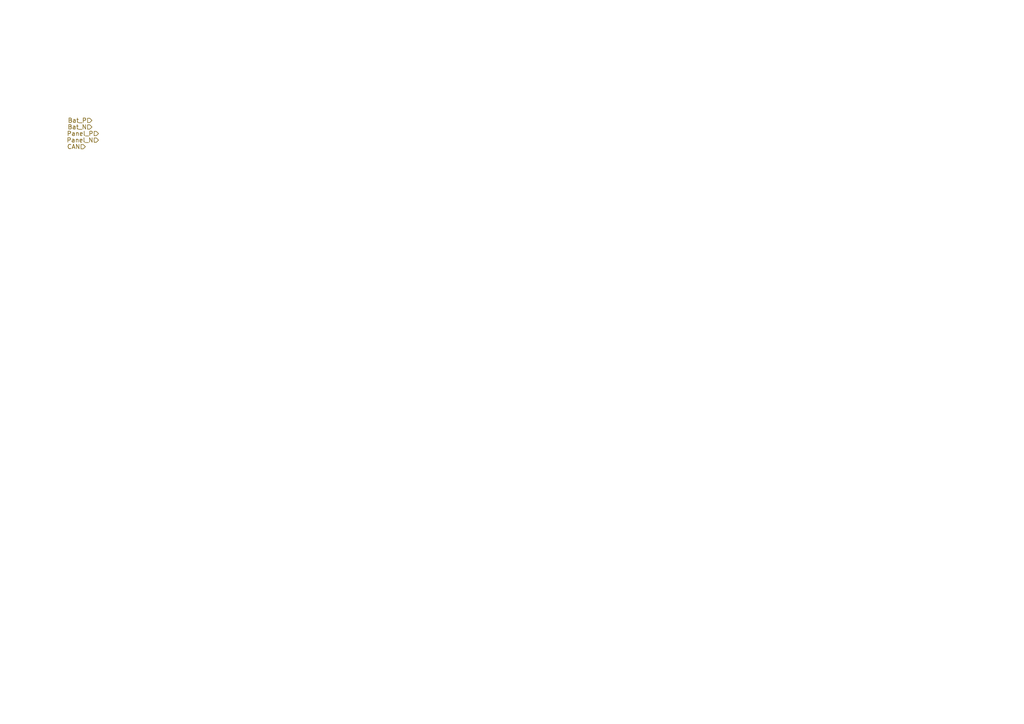
<source format=kicad_sch>
(kicad_sch (version 20211123) (generator eeschema)
  (paper "A4")
  (lib_symbols)
  (hierarchical_label "Bat_N" (shape input) (at 26.67 36.83 180))
  (hierarchical_label "Panel_N" (shape input) (at 28.575 40.64 180))
  (hierarchical_label "Bat_P" (shape input) (at 26.67 34.925 180))
  (hierarchical_label "CAN" (shape input) (at 24.765 42.545 180))
  (hierarchical_label "Panel_P" (shape input) (at 28.575 38.735 180))
)
</source>
